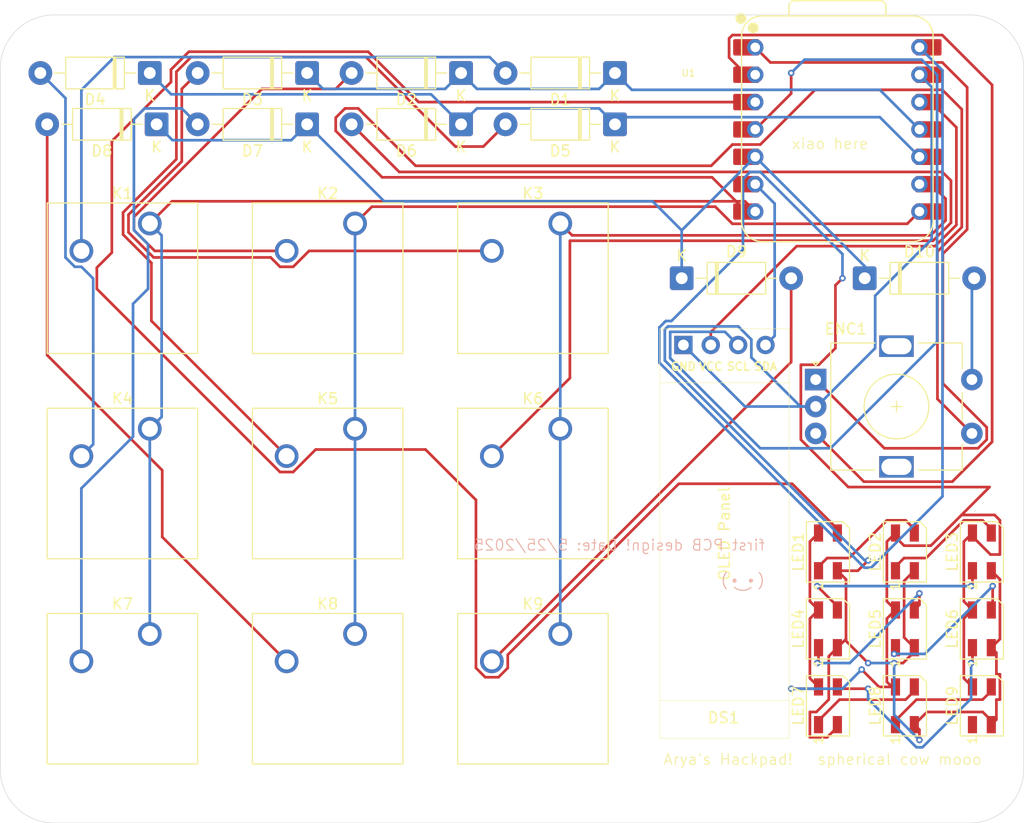
<source format=kicad_pcb>
(kicad_pcb (version 20241229) (generator "pcbnew") (generator_version "9.0")
  (layers (0 "F.Cu" signal) (2 "B.Cu" signal) (13 "F.Paste" user) (15 "B.Paste" user) (5 "F.SilkS" user "F.Silkscreen") (7 "B.SilkS" user "B.Silkscreen") (1 "F.Mask" user) (3 "B.Mask" user) (25 "Edge.Cuts" user))
  (net 0 "")
  (net 1 "Net-(D1-A)")
  (net 2 "/ROW0")
  (net 3 "Net-(D2-A)")
  (net 4 "Net-(D3-A)")
  (net 5 "/ROW1")
  (net 6 "Net-(D4-A)")
  (net 7 "Net-(D5-A)")
  (net 8 "Net-(D6-A)")
  (net 9 "/ROW2")
  (net 10 "Net-(D7-A)")
  (net 11 "Net-(D8-A)")
  (net 12 "Net-(D9-A)")
  (net 13 "Net-(D10-A)")
  (net 14 "GND")
  (net 15 "+3V3")
  (net 16 "Net-(DS1-SDA)")
  (net 17 "Net-(DS1-SCL)")
  (net 18 "/COL0")
  (net 19 "/ENC_B")
  (net 20 "/ENC_A")
  (net 21 "/COL1")
  (net 22 "/COL2")
  (net 23 "Net-(LED1-DIN)")
  (net 24 "+5V")
  (net 25 "Net-(LED1-DOUT)")
  (net 26 "Net-(LED2-DOUT)")
  (net 27 "Net-(LED3-DOUT)")
  (net 28 "Net-(LED4-DOUT)")
  (net 29 "Net-(LED5-DOUT)")
  (net 30 "Net-(LED6-DOUT)")
  (net 31 "Net-(LED7-DOUT)")
  (net 32 "Net-(LED8-DOUT)")
  (footprint "Diode_THT:D_DO-41_SOD81_P10.16mm_Horizontal" (layer "F.Cu") (at 165.655625 87.868125)
    (property "Reference" "D9")
    (property "Value" "1N4148")
  )
  (footprint "Diode_THT:D_DO-41_SOD81_P10.16mm_Horizontal" (layer "F.Cu") (at 182.641875 87.868125)
    (property "Reference" "D10")
    (property "Value" "1N4148")
  )
  (footprint "Button_Switch_Keyboard:SW_Cherry_MX_1.00u_PCB" (layer "F.Cu") (at 135.334375 101.838125)
    (property "Reference" "K5")
    (property "Value" "SW_Push")
  )
  (footprint "Diode_THT:D_DO-41_SOD81_P10.16mm_Horizontal" (layer "F.Cu") (at 145.176875 68.818125 180)
    (property "Reference" "D2")
    (property "Value" "1N4148")
  )
  (footprint "Button_Switch_Keyboard:SW_Cherry_MX_1.00u_PCB" (layer "F.Cu") (at 135.334375 82.788125)
    (property "Reference" "K2")
    (property "Value" "SW_Push")
  )
  (footprint "LED_SMD:LED_SK6812MINI_PLCC4_3.5x3.5mm_P1.75mm" (layer "F.Cu") (at 179.230625 127.553125 90)
    (property "Reference" "LED7")
    (property "Value" "SK6812MINI" (hide yes))
  )
  (footprint "Diode_THT:D_DO-41_SOD81_P10.16mm_Horizontal" (layer "F.Cu") (at 130.889375 73.580625 180)
    (property "Reference" "D7")
    (property "Value" "1N4148")
  )
  (footprint "Button_Switch_Keyboard:SW_Cherry_MX_1.00u_PCB" (layer "F.Cu") (at 116.284375 120.888125)
    (property "Reference" "K7")
    (property "Value" "SW_Push")
  )
  (footprint "Diode_THT:D_DO-41_SOD81_P10.16mm_Horizontal" (layer "F.Cu") (at 145.176875 73.580625 180)
    (property "Reference" "D6")
    (property "Value" "1N4148")
  )
  (footprint "Diode_THT:D_DO-41_SOD81_P10.16mm_Horizontal" (layer "F.Cu") (at 130.889375 68.818125 180)
    (property "Reference" "D3")
    (property "Value" "1N4148")
  )
  (footprint "LED_SMD:LED_SK6812MINI_PLCC4_3.5x3.5mm_P1.75mm" (layer "F.Cu") (at 186.374375 113.265625 90)
    (property "Reference" "LED2")
    (property "Value" "SK6812MINI" (hide yes))
  )
  (footprint "Button_Switch_Keyboard:SW_Cherry_MX_1.00u_PCB" (layer "F.Cu") (at 154.384375 120.888125)
    (property "Reference" "K9")
    (property "Value" "SW_Push")
  )
  (footprint "Diode_THT:D_DO-41_SOD81_P10.16mm_Horizontal" (layer "F.Cu") (at 159.464375 68.818125 180)
    (property "Reference" "D1")
    (property "Value" "1N4148")
  )
  (footprint "rotary:RotaryEncoder_Alps_EC11E-Switch_Vertical_H20mm" (layer "F.Cu") (at 178.090625 97.274375)
    (property "Reference" "ENC1")
    (property "Value" "RotaryEncoder_Switch")
  )
  (footprint "LED_SMD:LED_SK6812MINI_PLCC4_3.5x3.5mm_P1.75mm" (layer "F.Cu") (at 193.518125 120.409375 90)
    (property "Reference" "LED6")
    (property "Value" "SK6812MINI" (hide yes))
  )
  (footprint "LED_SMD:LED_SK6812MINI_PLCC4_3.5x3.5mm_P1.75mm" (layer "F.Cu") (at 186.374375 127.553125 90)
    (property "Reference" "LED8")
    (property "Value" "SK6812MINI" (hide yes))
  )
  (footprint "LED_SMD:LED_SK6812MINI_PLCC4_3.5x3.5mm_P1.75mm" (layer "F.Cu") (at 179.230625 120.409375 90)
    (property "Reference" "LED4")
    (property "Value" "SK6812MINI" (hide yes))
  )
  (footprint "Diode_THT:D_DO-41_SOD81_P10.16mm_Horizontal" (layer "F.Cu") (at 116.284375 68.818125 180)
    (property "Reference" "D4")
    (property "Value" "1N4148")
  )
  (footprint "OPL:XIAO-RP2040-DIP" (layer "F.Cu") (at 180.101875 74.056875)
    (property "Reference" "U1")
    (property "Value" "XIAO-RP2040-DIP")
  )
  (footprint "LED_SMD:LED_SK6812MINI_PLCC4_3.5x3.5mm_P1.75mm" (layer "F.Cu") (at 179.230625 113.265625 90)
    (property "Reference" "LED1")
    (property "Value" "SK6812MINI" (hide yes))
  )
  (footprint "Button_Switch_Keyboard:SW_Cherry_MX_1.00u_PCB" (layer "F.Cu") (at 135.334375 120.888125)
    (property "Reference" "K8")
    (property "Value" "SW_Push")
  )
  (footprint "Button_Switch_Keyboard:SW_Cherry_MX_1.00u_PCB" (layer "F.Cu") (at 116.284375 101.838125)
    (property "Reference" "K4")
    (property "Value" "SW_Push")
  )
  (footprint "Button_Switch_Keyboard:SW_Cherry_MX_1.00u_PCB" (layer "F.Cu") (at 116.284375 82.788125)
    (property "Reference" "K1")
    (property "Value" "SW_Push")
  )
  (footprint "LED_SMD:LED_SK6812MINI_PLCC4_3.5x3.5mm_P1.75mm" (layer "F.Cu") (at 193.518125 127.553125 90)
    (property "Reference" "LED9")
    (property "Value" "SK6812MINI" (hide yes))
  )
  (footprint "Button_Switch_Keyboard:SW_Cherry_MX_1.00u_PCB" (layer "F.Cu") (at 154.384375 82.788125)
    (property "Reference" "K3")
    (property "Value" "SW_Push")
  )
  (footprint "Diode_THT:D_DO-41_SOD81_P10.16mm_Horizontal" (layer "F.Cu") (at 159.464375 73.580625 180)
    (property "Reference" "D5")
    (property "Value" "1N4148")
  )
  (footprint "LED_SMD:LED_SK6812MINI_PLCC4_3.5x3.5mm_P1.75mm" (layer "F.Cu") (at 193.518125 113.265625 90)
    (property "Reference" "LED3")
    (property "Value" "SK6812MINI" (hide yes))
  )
  (footprint "Button_Switch_Keyboard:SW_Cherry_MX_1.00u_PCB" (layer "F.Cu") (at 154.384375 101.838125)
    (property "Reference" "K6")
    (property "Value" "SW_Push")
  )
  (footprint "oled:SSD1306-0.91-OLED-4pin-128x32" (layer "F.Cu") (at 163.624375 130.565625 90)
    (property "Reference" "DS1")
    (property "Value" "OLED_4P_I2C" (hide yes))
  )
  (footprint "LED_SMD:LED_SK6812MINI_PLCC4_3.5x3.5mm_P1.75mm" (layer "F.Cu") (at 186.374375 120.409375 90)
    (property "Reference" "LED5")
    (property "Value" "SK6812MINI" (hide yes))
  )
  (footprint "Diode_THT:D_DO-41_SOD81_P10.16mm_Horizontal" (layer "F.Cu") (at 116.919375 73.580625 180)
    (property "Reference" "D8")
    (property "Value" "1N4148")
  )
  (gr_line (start 107.405625 63.429375) (end 192.405625 63.429375) (stroke (width 0.05)) (layer "Edge.Cuts"))
  (gr_line (start 192.405625 138.429375) (end 107.405625 138.429375) (stroke (width 0.05)) (layer "Edge.Cuts"))
  (gr_arc (start 192.405625 63.429375) (mid 195.941159 64.893841) (end 197.405625 68.429375) (stroke (width 0.05)) (layer "Edge.Cuts"))
  (gr_arc (start 197.405625 133.429375) (mid 195.941159 136.964909) (end 192.405625 138.429375) (stroke (width 0.05)) (layer "Edge.Cuts"))
  (gr_arc (start 107.405625 138.429375) (mid 103.870091 136.964909) (end 102.405625 133.429375) (stroke (width 0.05)) (layer "Edge.Cuts"))
  (gr_line (start 102.405625 133.429375) (end 102.405625 68.429375) (stroke (width 0.05)) (layer "Edge.Cuts"))
  (gr_arc (start 102.405625 68.429375) (mid 103.870091 64.893841) (end 107.405625 63.429375) (stroke (width 0.05)) (layer "Edge.Cuts"))
  (gr_line (start 197.405625 68.429375) (end 197.405625 133.429375) (stroke (width 0.05)) (layer "Edge.Cuts"))
  (gr_text "xiao here" (at 175.815625 75.961875 0) (layer "F.SilkS") (effects (font (size 1 1) (thickness 0.1)) (justify left bottom)))
  (gr_text "Arya's Hackpad!" (at 163.909375 133.111875 0) (layer "F.SilkS") (effects (font (size 1 1) (thickness 0.1)) (justify left bottom)))
  (gr_text "spherical cow mooo" (at 178.196875 133.111875 0) (layer "F.SilkS") (effects (font (size 1 1) (thickness 0.1)) (justify left bottom)))
  (gr_text "first PCB design! Date: 5/25/2025\n\n(•‿•)" (at 173.434375 116.443125 -0) (layer "B.SilkS") (effects (font (size 1 1) (thickness 0.1)) (justify left bottom mirror)))
  (segment (start 109.934375 85.328125) (end 109.934375 70.405625) (width 0.25) (layer "B.Cu") (net 1))
  (segment (start 147.828375 67.342125) (end 149.304375 68.818125) (width 0.25) (layer "B.Cu") (net 1))
  (segment (start 109.934375 70.405625) (end 112.997875 67.342125) (width 0.25) (layer "B.Cu") (net 1))
  (segment (start 112.997875 67.342125) (end 147.828375 67.342125) (width 0.25) (layer "B.Cu") (net 1))
  (segment (start 184.043875 70.378875) (end 187.721875 74.056875) (width 0.25) (layer "B.Cu") (net 2))
  (segment (start 159.464375 68.818125) (end 161.025125 70.378875) (width 0.25) (layer "B.Cu") (net 2))
  (segment (start 161.025125 70.378875) (end 184.043875 70.378875) (width 0.25) (layer "B.Cu") (net 2))
  (segment (start 145.176875 68.818125) (end 143.700875 70.294125) (width 0.25) (layer "B.Cu") (net 2))
  (segment (start 143.700875 70.294125) (end 132.365375 70.294125) (width 0.25) (layer "B.Cu") (net 2))
  (segment (start 132.365375 70.294125) (end 130.889375 68.818125) (width 0.25) (layer "B.Cu") (net 2))
  (segment (start 146.652875 70.294125) (end 145.176875 68.818125) (width 0.25) (layer "B.Cu") (net 2))
  (segment (start 159.464375 68.818125) (end 157.988375 70.294125) (width 0.25) (layer "B.Cu") (net 2))
  (segment (start 157.988375 70.294125) (end 146.652875 70.294125) (width 0.25) (layer "B.Cu") (net 2))
  (segment (start 133.540875 70.294125) (end 135.016875 68.818125) (width 0.25) (layer "F.Cu") (net 3))
  (segment (start 114.808375 83.399505) (end 114.808375 82.176745) (width 0.25) (layer "F.Cu") (net 3))
  (segment (start 114.808375 82.176745) (end 126.690995 70.294125) (width 0.25) (layer "F.Cu") (net 3))
  (segment (start 128.984375 85.328125) (end 116.736995 85.328125) (width 0.25) (layer "F.Cu") (net 3))
  (segment (start 116.736995 85.328125) (end 114.808375 83.399505) (width 0.25) (layer "F.Cu") (net 3))
  (segment (start 126.690995 70.294125) (end 133.540875 70.294125) (width 0.25) (layer "F.Cu") (net 3))
  (segment (start 116.639854 85.939505) (end 127.508375 85.939505) (width 0.25) (layer "F.Cu") (net 4))
  (segment (start 127.508375 85.939505) (end 128.372995 86.804125) (width 0.25) (layer "F.Cu") (net 4))
  (segment (start 129.595755 86.804125) (end 131.071755 85.328125) (width 0.25) (layer "F.Cu") (net 4))
  (segment (start 131.071755 85.328125) (end 148.034375 85.328125) (width 0.25) (layer "F.Cu") (net 4))
  (segment (start 114.307375 83.607026) (end 116.639854 85.939505) (width 0.25) (layer "F.Cu") (net 4))
  (segment (start 119.253375 77.023225) (end 114.307375 81.969225) (width 0.25) (layer "F.Cu") (net 4))
  (segment (start 119.253375 70.294125) (end 119.253375 77.023225) (width 0.25) (layer "F.Cu") (net 4))
  (segment (start 128.372995 86.804125) (end 129.595755 86.804125) (width 0.25) (layer "F.Cu") (net 4))
  (segment (start 120.729375 68.818125) (end 119.253375 70.294125) (width 0.25) (layer "F.Cu") (net 4))
  (segment (start 114.307375 81.969225) (end 114.307375 83.607026) (width 0.25) (layer "F.Cu") (net 4))
  (segment (start 145.176875 73.580625) (end 146.652875 72.104625) (width 0.25) (layer "B.Cu") (net 5))
  (segment (start 157.988375 72.104625) (end 159.464375 73.580625) (width 0.25) (layer "B.Cu") (net 5))
  (segment (start 118.261375 70.795125) (end 142.391375 70.795125) (width 0.25) (layer "B.Cu") (net 5))
  (segment (start 146.652875 72.104625) (end 157.988375 72.104625) (width 0.25) (layer "B.Cu") (net 5))
  (segment (start 159.464375 73.580625) (end 160.126125 72.918875) (width 0.25) (layer "B.Cu") (net 5))
  (segment (start 160.126125 72.918875) (end 184.043875 72.918875) (width 0.25) (layer "B.Cu") (net 5))
  (segment (start 116.284375 68.818125) (end 118.261375 70.795125) (width 0.25) (layer "B.Cu") (net 5))
  (segment (start 142.391375 70.795125) (end 145.176875 73.580625) (width 0.25) (layer "B.Cu") (net 5))
  (segment (start 184.043875 72.918875) (end 187.721875 76.596875) (width 0.25) (layer "B.Cu") (net 5))
  (segment (start 108.458375 71.152125) (end 106.124375 68.818125) (width 0.25) (layer "B.Cu") (net 6))
  (segment (start 111.034374 103.278126) (end 111.034374 87.904124) (width 0.25) (layer "B.Cu") (net 6))
  (segment (start 109.934375 86.804125) (end 109.322995 86.804125) (width 0.25) (layer "B.Cu") (net 6))
  (segment (start 109.322995 86.804125) (end 108.458375 85.939505) (width 0.25) (layer "B.Cu") (net 6))
  (segment (start 111.034374 87.904124) (end 109.934375 86.804125) (width 0.25) (layer "B.Cu") (net 6))
  (segment (start 108.458375 85.939505) (end 108.458375 71.152125) (width 0.25) (layer "B.Cu") (net 6))
  (segment (start 109.934375 104.378125) (end 111.034374 103.278126) (width 0.25) (layer "B.Cu") (net 6))
  (segment (start 120.117995 67.342125) (end 136.346149 67.342125) (width 0.25) (layer "F.Cu") (net 7))
  (segment (start 128.984375 104.378125) (end 116.432334 91.826084) (width 0.25) (layer "F.Cu") (net 7))
  (segment (start 147.240625 75.644375) (end 149.304375 73.580625) (width 0.25) (layer "F.Cu") (net 7))
  (segment (start 118.752375 68.707745) (end 120.117995 67.342125) (width 0.25) (layer "F.Cu") (net 7))
  (segment (start 116.432334 91.826084) (end 116.432334 86.440505) (width 0.25) (layer "F.Cu") (net 7))
  (segment (start 144.648399 75.644375) (end 147.240625 75.644375) (width 0.25) (layer "F.Cu") (net 7))
  (segment (start 113.806375 81.761704) (end 118.752375 76.815705) (width 0.25) (layer "F.Cu") (net 7))
  (segment (start 118.752375 76.815705) (end 118.752375 68.707745) (width 0.25) (layer "F.Cu") (net 7))
  (segment (start 136.346149 67.342125) (end 144.648399 75.644375) (width 0.25) (layer "F.Cu") (net 7))
  (segment (start 116.432334 86.440505) (end 113.806375 83.814547) (width 0.25) (layer "F.Cu") (net 7))
  (segment (start 113.806375 83.814547) (end 113.806375 81.761704) (width 0.25) (layer "F.Cu") (net 7))
  (segment (start 190.649875 78.805183) (end 189.843567 77.998875) (width 0.25) (layer "F.Cu") (net 8))
  (segment (start 155.276854 97.135646) (end 155.276854 84.389124) (width 0.25) (layer "F.Cu") (net 8))
  (segment (start 148.034375 104.378125) (end 155.276854 97.135646) (width 0.25) (layer "F.Cu") (net 8))
  (segment (start 189.843567 77.998875) (end 139.435125 77.998875) (width 0.25) (layer "F.Cu") (net 8))
  (segment (start 188.977838 84.389124) (end 190.649875 82.717087) (width 0.25) (layer "F.Cu") (net 8))
  (segment (start 139.435125 77.998875) (end 135.016875 73.580625) (width 0.25) (layer "F.Cu") (net 8))
  (segment (start 190.649875 82.717087) (end 190.649875 78.805183) (width 0.25) (layer "F.Cu") (net 8))
  (segment (start 155.276854 84.389124) (end 188.977838 84.389124) (width 0.25) (layer "F.Cu") (net 8))
  (segment (start 165.655625 83.423125) (end 162.956875 80.724375) (width 0.25) (layer "B.Cu") (net 9))
  (segment (start 165.655625 83.423125) (end 172.481875 76.596875) (width 0.25) (layer "B.Cu") (net 9))
  (segment (start 138.033125 80.724375) (end 130.889375 73.580625) (width 0.25) (layer "B.Cu") (net 9))
  (segment (start 129.413375 75.056625) (end 118.395375 75.056625) (width 0.25) (layer "B.Cu") (net 9))
  (segment (start 130.889375 73.580625) (end 129.413375 75.056625) (width 0.25) (layer "B.Cu") (net 9))
  (segment (start 118.395375 75.056625) (end 116.919375 73.580625) (width 0.25) (layer "B.Cu") (net 9))
  (segment (start 172.481875 76.596875) (end 182.641875 86.756875) (width 0.25) (layer "B.Cu") (net 9))
  (segment (start 162.956875 80.724375) (end 138.033125 80.724375) (width 0.25) (layer "B.Cu") (net 9))
  (segment (start 182.641875 86.756875) (end 182.641875 87.868125) (width 0.25) (layer "B.Cu") (net 9))
  (segment (start 165.655625 87.868125) (end 165.655625 83.423125) (width 0.25) (layer "B.Cu") (net 9))
  (segment (start 109.934375 123.428125) (end 109.934375 107.367954) (width 0.25) (layer "B.Cu") (net 10))
  (segment (start 114.728546 90.244125) (end 116.120375 88.852296) (width 0.25) (layer "B.Cu") (net 10))
  (segment (start 116.120375 84.711505) (end 114.808375 83.399505) (width 0.25) (layer "B.Cu") (net 10))
  (segment (start 114.728546 102.573783) (end 114.728546 90.244125) (width 0.25) (layer "B.Cu") (net 10))
  (segment (start 115.803149 72.104625) (end 119.253375 72.104625) (width 0.25) (layer "B.Cu") (net 10))
  (segment (start 116.120375 88.852296) (end 116.120375 84.711505) (width 0.25) (layer "B.Cu") (net 10))
  (segment (start 109.934375 107.367954) (end 114.728546 102.573783) (width 0.25) (layer "B.Cu") (net 10))
  (segment (start 114.808375 73.099399) (end 115.803149 72.104625) (width 0.25) (layer "B.Cu") (net 10))
  (segment (start 119.253375 72.104625) (end 120.729375 73.580625) (width 0.25) (layer "B.Cu") (net 10))
  (segment (start 114.808375 83.399505) (end 114.808375 73.099399) (width 0.25) (layer "B.Cu") (net 10))
  (segment (start 117.439625 111.883375) (end 117.439625 105.692125) (width 0.25) (layer "F.Cu") (net 11))
  (segment (start 117.439625 105.692125) (end 106.759375 95.011875) (width 0.25) (layer "F.Cu") (net 11))
  (segment (start 106.759375 95.011875) (end 106.759375 73.580625) (width 0.25) (layer "F.Cu") (net 11))
  (segment (start 128.984375 123.428125) (end 117.439625 111.883375) (width 0.25) (layer "F.Cu") (net 11))
  (segment (start 175.815625 95.646875) (end 175.815625 87.868125) (width 0.25) (layer "F.Cu") (net 12))
  (segment (start 148.034375 123.428125) (end 175.815625 95.646875) (width 0.25) (layer "F.Cu") (net 12))
  (segment (start 192.590625 88.079375) (end 192.801875 87.868125) (width 0.25) (layer "B.Cu") (net 13))
  (segment (start 192.590625 97.274375) (end 192.590625 88.079375) (width 0.25) (layer "B.Cu") (net 13))
  (segment (start 195.194125 115.816625) (end 194.393125 115.015625) (width 0.25) (layer "F.Cu") (net 14))
  (segment (start 186.300375 115.964625) (end 186.300375 121.210375) (width 0.25) (layer "F.Cu") (net 14))
  (segment (start 187.249375 129.303125) (end 188.425375 128.127125) (width 0.25) (layer "F.Cu") (net 14))
  (segment (start 186.300375 121.210375) (end 187.249375 122.159375) (width 0.25) (layer "F.Cu") (net 14))
  (segment (start 187.721875 129.775625) (end 187.249375 129.303125) (width 0.25) (layer "F.Cu") (net 14))
  (segment (start 194.393125 122.159375) (end 195.194125 121.358375) (width 0.25) (layer "F.Cu") (net 14))
  (segment (start 195.194125 124.627125) (end 194.865625 124.627125) (width 0.25) (layer "F.Cu") (net 14))
  (segment (start 194.865625 126.979125) (end 195.194125 126.979125) (width 0.25) (layer "F.Cu") (net 14))
  (segment (start 194.393125 128.928125) (end 194.393125 129.303125) (width 0.25) (layer "F.Cu") (net 14))
  (segment (start 180.105625 115.015625) (end 182.005625 115.015625) (width 0.25) (layer "F.Cu") (net 14))
  (segment (start 195.194125 126.979125) (end 195.194125 124.627125) (width 0.25) (layer "F.Cu") (net 14))
  (segment (start 182.959375 123.586875) (end 180.906625 121.534125) (width 0.25) (layer "F.Cu") (net 14))
  (segment (start 180.105625 129.303125) (end 180.105625 129.530125) (width 0.25) (layer "F.Cu") (net 14))
  (segment (start 180.906625 121.534125) (end 180.906625 121.358375) (width 0.25) (layer "F.Cu") (net 14))
  (segment (start 182.005625 115.015625) (end 182.959375 114.061875) (width 0.25) (layer "F.Cu") (net 14))
  (segment (start 186.196875 123.586875) (end 185.373375 123.586875) (width 0.25) (layer "F.Cu") (net 14))
  (segment (start 187.249375 115.015625) (end 186.300375 115.964625) (width 0.25) (layer "F.Cu") (net 14))
  (segment (start 180.105625 122.159375) (end 180.906625 121.358375) (width 0.25) (layer "F.Cu") (net 14))
  (segment (start 179.156625 130.479125) (end 177.554625 130.479125) (width 0.25) (layer "F.Cu") (net 14))
  (segment (start 194.865625 122.631875) (end 194.393125 122.159375) (width 0.25) (layer "F.Cu") (net 14))
  (segment (start 177.554625 128.127125) (end 178.156625 128.127125) (width 0.25) (layer "F.Cu") (net 14))
  (segment (start 194.865625 124.627125) (end 194.865625 122.631875) (width 0.25) (layer "F.Cu") (net 14))
  (segment (start 187.249375 122.159375) (end 187.249375 122.534375) (width 0.25) (layer "F.Cu") (net 14))
  (segment (start 180.105625 129.530125) (end 179.156625 130.479125) (width 0.25) (layer "F.Cu") (net 14))
  (segment (start 194.865625 128.830625) (end 194.865625 126.979125) (width 0.25) (layer "F.Cu") (net 14))
  (segment (start 195.194125 121.358375) (end 195.194125 115.816625) (width 0.25) (layer "F.Cu") (net 14))
  (segment (start 194.393125 129.303125) (end 194.865625 128.830625) (width 0.25) (layer "F.Cu") (net 14))
  (segment (start 178.156625 128.127125) (end 179.304625 126.979125) (width 0.25) (layer "F.Cu") (net 14))
  (segment (start 180.906625 121.358375) (end 180.906625 115.816625) (width 0.25) (layer "F.Cu") (net 14))
  (segment (start 187.249375 122.534375) (end 186.196875 123.586875) (width 0.25) (layer "F.Cu") (net 14))
  (segment (start 179.304625 122.960375) (end 180.105625 122.159375) (width 0.25) (layer "F.Cu") (net 14))
  (segment (start 188.425375 128.127125) (end 193.592125 128.127125) (width 0.25) (layer "F.Cu") (net 14))
  (segment (start 179.304625 126.979125) (end 179.304625 122.960375) (width 0.25) (layer "F.Cu") (net 14))
  (segment (start 177.554625 130.479125) (end 177.554625 128.127125) (width 0.25) (layer "F.Cu") (net 14))
  (segment (start 187.721875 130.730625) (end 187.721875 129.775625) (width 0.25) (layer "F.Cu") (net 14))
  (segment (start 180.906625 115.816625) (end 180.105625 115.015625) (width 0.25) (layer "F.Cu") (net 14))
  (segment (start 193.592125 128.127125) (end 194.393125 128.928125) (width 0.25) (layer "F.Cu") (net 14))
  (via (at 182.959375 123.586875) (size 0.6) (drill 0.3) (layers "F.Cu" "B.Cu") (net 14))
  (via (at 187.721875 130.730625) (size 0.6) (drill 0.3) (layers "F.Cu" "B.Cu") (net 14))
  (via (at 185.373375 123.586875) (size 0.6) (drill 0.3) (layers "F.Cu" "B.Cu") (net 14))
  (via (at 182.959375 114.061875) (size 0.6) (drill 0.3) (layers "F.Cu" "B.Cu") (net 14))
  (segment (start 182.650104 114.061875) (end 164.087375 95.499146) (width 0.25) (layer "B.Cu") (net 14))
  (segment (start 178.090625 99.774375) (end 178.196875 99.774375) (width 0.25) (layer "B.Cu") (net 14))
  (segment (start 164.380854 92.338625) (end 170.901201 92.338625) (width 0.25) (layer "B.Cu") (net 14))
  (segment (start 164.087375 92.632104) (end 164.380854 92.338625) (width 0.25) (layer "B.Cu") (net 14))
  (segment (start 170.901201 92.338625) (end 172.120375 93.557799) (width 0.25) (layer "B.Cu") (net 14))
  (segment (start 185.373375 123.586875) (end 182.959375 123.586875) (width 0.25) (layer "B.Cu") (net 14))
  (segment (start 176.676412 99.774375) (end 178.090625 99.774375) (width 0.25) (layer "B.Cu") (net 14))
  (segment (start 165.814375 94.065625) (end 171.523125 99.774375) (width 0.25) (layer "B.Cu") (net 14))
  (segment (start 182.959375 114.061875) (end 182.650104 114.061875) (width 0.25) (layer "B.Cu") (net 14))
  (segment (start 183.614625 94.356625) (end 183.614625 89.487601) (width 0.25) (layer "B.Cu") (net 14))
  (segment (start 188.859875 70.114875) (end 187.721875 68.976875) (width 0.25) (layer "B.Cu") (net 14))
  (segment (start 178.196875 99.774375) (end 183.614625 94.356625) (width 0.25) (layer "B.Cu") (net 14))
  (segment (start 164.087375 95.499146) (end 164.087375 92.632104) (width 0.25) (layer "B.Cu") (net 14))
  (segment (start 172.120375 95.218338) (end 176.676412 99.774375) (width 0.25) (layer "B.Cu") (net 14))
  (segment (start 183.614625 89.487601) (end 188.859875 84.242351) (width 0.25) (layer "B.Cu") (net 14))
  (segment (start 172.120375 93.557799) (end 172.120375 95.218338) (width 0.25) (layer "B.Cu") (net 14))
  (segment (start 171.523125 99.774375) (end 178.090625 99.774375) (width 0.25) (layer "B.Cu") (net 14))
  (segment (start 185.373375 128.382125) (end 187.721875 130.730625) (width 0.25) (layer "B.Cu") (net 14))
  (segment (start 188.859875 84.242351) (end 188.859875 70.114875) (width 0.25) (layer "B.Cu") (net 14))
  (segment (start 185.373375 123.586875) (end 185.373375 128.382125) (width 0.25) (layer "B.Cu") (net 14))
  (segment (start 191.150875 82.924607) (end 191.150875 73.868245) (width 0.25) (layer "F.Cu") (net 15))
  (segment (start 191.150875 73.868245) (end 188.799505 71.516875) (width 0.25) (layer "F.Cu") (net 15))
  (segment (start 188.799505 71.516875) (end 187.721875 71.516875) (width 0.25) (layer "F.Cu") (net 15))
  (segment (start 189.185358 84.890124) (end 191.150875 82.924607) (width 0.25) (layer "F.Cu") (net 15))
  (segment (start 168.354375 92.863544) (end 176.327795 84.890124) (width 0.25) (layer "F.Cu") (net 15))
  (segment (start 176.327795 84.890124) (end 189.185358 84.890124) (width 0.25) (layer "F.Cu") (net 15))
  (segment (start 168.354375 94.065625) (end 168.354375 92.863544) (width 0.25) (layer "F.Cu") (net 15))
  (segment (start 174.284375 93.215625) (end 174.284375 80.939375) (width 0.25) (layer "B.Cu") (net 16))
  (segment (start 174.284375 80.939375) (end 172.481875 79.136875) (width 0.25) (layer "B.Cu") (net 16))
  (segment (start 173.434375 94.065625) (end 174.284375 93.215625) (width 0.25) (layer "B.Cu") (net 16))
  (segment (start 175.815625 70.723125) (end 172.481875 74.056875) (width 0.25) (layer "F.Cu") (net 17))
  (segment (start 175.815625 68.818125) (end 175.815625 70.723125) (width 0.25) (layer "F.Cu") (net 17))
  (via (at 175.815625 68.818125) (size 0.6) (drill 0.3) (layers "F.Cu" "B.Cu") (net 17))
  (segment (start 172.947125 103.650375) (end 179.466625 103.650375) (width 0.25) (layer "B.Cu") (net 17))
  (segment (start 189.360875 69.006499) (end 187.929251 67.574875) (width 0.25) (layer "B.Cu") (net 17))
  (segment (start 170.894375 94.065625) (end 169.668375 92.839625) (width 0.25) (layer "B.Cu") (net 17))
  (segment (start 187.929251 67.574875) (end 177.058875 67.574875) (width 0.25) (layer "B.Cu") (net 17))
  (segment (start 179.466625 103.650375) (end 189.360875 93.756125) (width 0.25) (layer "B.Cu") (net 17))
  (segment (start 164.588375 95.291625) (end 172.947125 103.650375) (width 0.25) (layer "B.Cu") (net 17))
  (segment (start 169.668375 92.839625) (end 164.588375 92.839625) (width 0.25) (layer "B.Cu") (net 17))
  (segment (start 164.588375 92.839625) (end 164.588375 95.291625) (width 0.25) (layer "B.Cu") (net 17))
  (segment (start 189.360875 93.756125) (end 189.360875 69.006499) (width 0.25) (layer "B.Cu") (net 17))
  (segment (start 177.058875 67.574875) (end 175.815625 68.818125) (width 0.25) (layer "B.Cu") (net 17))
  (segment (start 171.529375 80.724375) (end 172.481875 81.676875) (width 0.25) (layer "F.Cu") (net 18))
  (segment (start 189.392878 99.076628) (end 189.392878 85.391124) (width 0.25) (layer "F.Cu") (net 18))
  (segment (start 137.848745 78.499875) (end 168.469875 78.499875) (width 0.25) (layer "F.Cu") (net 18))
  (segment (start 172.953251 75.458875) (end 170.360183 75.458875) (width 0.25) (layer "F.Cu") (net 18))
  (segment (start 189.843567 70.378875) (end 178.033251 70.378875) (width 0.25) (layer "F.Cu") (net 18))
  (segment (start 116.284375 82.788125) (end 118.348125 80.724375) (width 0.25) (layer "F.Cu") (net 18))
  (segment (start 133.540875 74.192005) (end 137.848745 78.499875) (width 0.25) (layer "F.Cu") (net 18))
  (segment (start 168.389491 77.429567) (end 140.953197 77.429567) (width 0.25) (layer "F.Cu") (net 18))
  (segment (start 178.033251 70.378875) (end 172.953251 75.458875) (width 0.25) (layer "F.Cu") (net 18))
  (segment (start 140.953197 77.429567) (end 135.628255 72.104625) (width 0.25) (layer "F.Cu") (net 18))
  (segment (start 192.590625 102.274375) (end 189.392878 99.076628) (width 0.25) (layer "F.Cu") (net 18))
  (segment (start 118.348125 80.724375) (end 171.529375 80.724375) (width 0.25) (layer "F.Cu") (net 18))
  (segment (start 133.540875 72.969245) (end 133.540875 74.192005) (width 0.25) (layer "F.Cu") (net 18))
  (segment (start 168.469875 78.499875) (end 171.646875 81.676875) (width 0.25) (layer "F.Cu") (net 18))
  (segment (start 191.651875 83.132127) (end 191.651875 72.187183) (width 0.25) (layer "F.Cu") (net 18))
  (segment (start 135.628255 72.104625) (end 134.405495 72.104625) (width 0.25) (layer "F.Cu") (net 18))
  (segment (start 171.646875 81.676875) (end 172.481875 81.676875) (width 0.25) (layer "F.Cu") (net 18))
  (segment (start 134.405495 72.104625) (end 133.540875 72.969245) (width 0.25) (layer "F.Cu") (net 18))
  (segment (start 189.392878 85.391124) (end 191.651875 83.132127) (width 0.25) (layer "F.Cu") (net 18))
  (segment (start 170.360183 75.458875) (end 168.389491 77.429567) (width 0.25) (layer "F.Cu") (net 18))
  (segment (start 191.651875 72.187183) (end 189.843567 70.378875) (width 0.25) (layer "F.Cu") (net 18))
  (segment (start 117.384374 100.738126) (end 117.384374 83.888124) (width 0.25) (layer "B.Cu") (net 18))
  (segment (start 117.384374 83.888124) (end 116.284375 82.788125) (width 0.25) (layer "B.Cu") (net 18))
  (segment (start 116.284375 101.838125) (end 117.384374 100.738126) (width 0.25) (layer "B.Cu") (net 18))
  (segment (start 116.284375 120.888125) (end 116.284375 101.838125) (width 0.25) (layer "B.Cu") (net 18))
  (segment (start 189.843567 65.298875) (end 170.360183 65.298875) (width 0.25) (layer "F.Cu") (net 19))
  (segment (start 194.467625 69.922933) (end 189.843567 65.298875) (width 0.25) (layer "F.Cu") (net 19))
  (segment (start 170.054875 67.384875) (end 171.646875 68.976875) (width 0.25) (layer "F.Cu") (net 19))
  (segment (start 178.090625 102.274375) (end 182.566625 106.750375) (width 0.25) (layer "F.Cu") (net 19))
  (segment (start 170.054875 65.604183) (end 170.054875 67.384875) (width 0.25) (layer "F.Cu") (net 19))
  (segment (start 171.646875 68.976875) (end 172.481875 68.976875) (width 0.25) (layer "F.Cu") (net 19))
  (segment (start 194.467625 103.051853) (end 194.467625 69.922933) (width 0.25) (layer "F.Cu") (net 19))
  (segment (start 190.769103 106.750375) (end 194.467625 103.051853) (width 0.25) (layer "F.Cu") (net 19))
  (segment (start 182.566625 106.750375) (end 190.769103 106.750375) (width 0.25) (layer "F.Cu") (net 19))
  (segment (start 170.360183 65.298875) (end 170.054875 65.604183) (width 0.25) (layer "F.Cu") (net 19))
  (segment (start 193.966625 101.704417) (end 189.893878 97.63167) (width 0.25) (layer "F.Cu") (net 20))
  (segment (start 184.466625 103.650375) (end 193.160583 103.650375) (width 0.25) (layer "F.Cu") (net 20))
  (segment (start 193.966625 102.844333) (end 193.966625 101.704417) (width 0.25) (layer "F.Cu") (net 20))
  (segment (start 189.843567 67.838875) (end 173.883875 67.838875) (width 0.25) (layer "F.Cu") (net 20))
  (segment (start 173.883875 67.838875) (end 172.481875 66.436875) (width 0.25) (layer "F.Cu") (net 20))
  (segment (start 193.160583 103.650375) (end 193.966625 102.844333) (width 0.25) (layer "F.Cu") (net 20))
  (segment (start 189.893878 85.598644) (end 192.152875 83.339647) (width 0.25) (layer "F.Cu") (net 20))
  (segment (start 189.893878 97.63167) (end 189.893878 85.598644) (width 0.25) (layer "F.Cu") (net 20))
  (segment (start 192.152875 83.339647) (end 192.152875 70.148183) (width 0.25) (layer "F.Cu") (net 20))
  (segment (start 178.090625 97.274375) (end 184.466625 103.650375) (width 0.25) (layer "F.Cu") (net 20))
  (segment (start 192.152875 70.148183) (end 189.843567 67.838875) (width 0.25) (layer "F.Cu") (net 20))
  (segment (start 136.897125 81.225375) (end 168.770683 81.225375) (width 0.25) (layer "F.Cu") (net 21))
  (segment (start 135.334375 82.788125) (end 136.897125 81.225375) (width 0.25) (layer "F.Cu") (net 21))
  (segment (start 170.360183 82.814875) (end 186.583875 82.814875) (width 0.25) (layer "F.Cu") (net 21))
  (segment (start 168.770683 81.225375) (end 170.360183 82.814875) (width 0.25) (layer "F.Cu") (net 21))
  (segment (start 186.583875 82.814875) (end 187.721875 81.676875) (width 0.25) (layer "F.Cu") (net 21))
  (segment (start 135.334375 120.888125) (end 135.334375 101.838125) (width 0.25) (layer "B.Cu") (net 21))
  (segment (start 135.334375 101.838125) (end 135.334375 82.788125) (width 0.25) (layer "B.Cu") (net 21))
  (segment (start 188.799505 79.136875) (end 187.721875 79.136875) (width 0.25) (layer "F.Cu") (net 22))
  (segment (start 154.384375 82.788125) (end 155.484374 83.888124) (width 0.25) (layer "F.Cu") (net 22))
  (segment (start 190.148875 82.509567) (end 190.148875 80.486245) (width 0.25) (layer "F.Cu") (net 22))
  (segment (start 188.770318 83.888124) (end 190.148875 82.509567) (width 0.25) (layer "F.Cu") (net 22))
  (segment (start 190.148875 80.486245) (end 188.799505 79.136875) (width 0.25) (layer "F.Cu") (net 22))
  (segment (start 155.484374 83.888124) (end 188.770318 83.888124) (width 0.25) (layer "F.Cu") (net 22))
  (segment (start 154.384375 120.888125) (end 154.384375 101.838125) (width 0.25) (layer "B.Cu") (net 22))
  (segment (start 154.384375 101.838125) (end 154.384375 82.788125) (width 0.25) (layer "B.Cu") (net 22))
  (segment (start 112.760204 85.492125) (end 112.760204 75.14757) (width 0.25) (layer "F.Cu") (net 23))
  (segment (start 146.558375 108.445951) (end 141.879169 103.766745) (width 0.25) (layer "F.Cu") (net 23))
  (segment (start 111.368375 88.852296) (end 111.368375 86.883954) (width 0.25) (layer "F.Cu") (net 23))
  (segment (start 129.595755 105.854125) (end 128.370204 105.854125) (width 0.25) (layer "F.Cu") (net 23))
  (segment (start 149.510375 124.039505) (end 148.645755 124.904125) (width 0.25) (layer "F.Cu") (net 23))
  (segment (start 165.383267 106.943853) (end 149.510375 122.816745) (width 0.25) (layer "F.Cu") (net 23))
  (segment (start 118.251375 68.500225) (end 119.910475 66.841125) (width 0.25) (layer "F.Cu") (net 23))
  (segment (start 119.910475 66.841125) (end 136.553669 66.841125) (width 0.25) (layer "F.Cu") (net 23))
  (segment (start 131.683135 103.766745) (end 129.595755 105.854125) (width 0.25) (layer "F.Cu") (net 23))
  (segment (start 147.422995 124.904125) (end 146.558375 124.039505) (width 0.25) (layer "F.Cu") (net 23))
  (segment (start 141.879169 103.766745) (end 131.683135 103.766745) (width 0.25) (layer "F.Cu") (net 23))
  (segment (start 180.105625 111.515625) (end 180.105625 111.140625) (width 0.25) (layer "F.Cu") (net 23))
  (segment (start 136.553669 66.841125) (end 141.229419 71.516875) (width 0.25) (layer "F.Cu") (net 23))
  (segment (start 118.251375 69.656399) (end 118.251375 68.500225) (width 0.25) (layer "F.Cu") (net 23))
  (segment (start 148.645755 124.904125) (end 147.422995 124.904125) (width 0.25) (layer "F.Cu") (net 23))
  (segment (start 180.105625 111.140625) (end 175.908853 106.943853) (width 0.25) (layer "F.Cu") (net 23))
  (segment (start 149.510375 122.816745) (end 149.510375 124.039505) (width 0.25) (layer "F.Cu") (net 23))
  (segment (start 175.908853 106.943853) (end 165.383267 106.943853) (width 0.25) (layer "F.Cu") (net 23))
  (segment (start 128.370204 105.854125) (end 111.368375 88.852296) (width 0.25) (layer "F.Cu") (net 23))
  (segment (start 146.558375 124.039505) (end 146.558375 108.445951) (width 0.25) (layer "F.Cu") (net 23))
  (segment (start 141.229419 71.516875) (end 172.481875 71.516875) (width 0.25) (layer "F.Cu") (net 23))
  (segment (start 112.760204 75.14757) (end 118.251375 69.656399) (width 0.25) (layer "F.Cu") (net 23))
  (segment (start 111.368375 86.883954) (end 112.760204 85.492125) (width 0.25) (layer "F.Cu") (net 23))
  (segment (start 191.842125 125.002125) (end 192.643125 125.803125) (width 0.25) (layer "F.Cu") (net 24))
  (segment (start 195.194125 113.511125) (end 194.314875 113.511125) (width 0.25) (layer "F.Cu") (net 24))
  (segment (start 178.355625 125.803125) (end 178.190625 125.968125) (width 0.25) (layer "F.Cu") (net 24))
  (segment (start 179.924626 88.521624) (end 179.924626 94.358376) (width 0.25) (layer "F.Cu") (net 24))
  (segment (start 191.634605 109.838625) (end 194.693125 109.838625) (width 0.25) (layer "F.Cu") (net 24))
  (segment (start 177.554625 112.316625) (end 177.554625 117.858375) (width 0.25) (layer "F.Cu") (net 24))
  (segment (start 180.578125 87.868125) (end 179.924626 88.521624) (width 0.25) (layer "F.Cu") (net 24))
  (segment (start 184.698375 117.858375) (end 185.499375 118.659375) (width 0.25) (layer "F.Cu") (net 24))
  (segment (start 185.499375 111.890625) (end 186.300375 112.691625) (width 0.25) (layer "F.Cu") (net 24))
  (segment (start 191.842125 119.460375) (end 191.842125 125.002125) (width 0.25) (layer "F.Cu") (net 24))
  (segment (start 185.499375 111.515625) (end 185.499375 111.890625) (width 0.25) (layer "F.Cu") (net 24))
  (segment (start 186.300375 112.691625) (end 188.781605 112.691625) (width 0.25) (layer "F.Cu") (net 24))
  (segment (start 194.221855 107.251375) (end 181.121667 107.251375) (width 0.25) (layer "F.Cu") (net 24))
  (segment (start 184.698375 119.460375) (end 184.698375 125.325875) (width 0.25) (layer "F.Cu") (net 24))
  (segment (start 185.499375 111.515625) (end 184.698375 112.316625) (width 0.25) (layer "F.Cu") (net 24))
  (segment (start 191.842125 112.316625) (end 191.842125 117.858375) (width 0.25) (layer "F.Cu") (net 24))
  (segment (start 191.634605 109.838625) (end 194.221855 107.251375) (width 0.25) (layer "F.Cu") (net 24))
  (segment (start 177.554625 119.460375) (end 177.554625 125.002125) (width 0.25) (layer "F.Cu") (net 24))
  (segment (start 181.121667 107.251375) (end 176.714625 102.844333) (width 0.25) (layer "F.Cu") (net 24))
  (segment (start 192.643125 111.839375) (end 192.643125 111.515625) (width 0.25) (layer "F.Cu") (net 24))
  (segment (start 183.973541 125.803125) (end 185.499375 125.803125) (width 0.25) (layer "F.Cu") (net 24))
  (segment (start 184.698375 125.325875) (end 185.340625 125.968125) (width 0.25) (layer "F.Cu") (net 24))
  (segment (start 191.842125 117.858375) (end 192.643125 118.659375) (width 0.25) (layer "F.Cu") (net 24))
  (segment (start 192.643125 118.659375) (end 191.842125 119.460375) (width 0.25) (layer "F.Cu") (net 24))
  (segment (start 195.194125 110.339625) (end 195.194125 113.511125) (width 0.25) (layer "F.Cu") (net 24))
  (segment (start 176.714625 95.898375) (end 178.384627 95.898375) (width 0.25) (layer "F.Cu") (net 24))
  (segment (start 192.643125 111.515625) (end 191.842125 112.316625) (width 0.25) (layer "F.Cu") (net 24))
  (segment (start 184.698375 112.316625) (end 184.698375 117.858375) (width 0.25) (layer "F.Cu") (net 24))
  (segment (start 178.355625 111.515625) (end 177.554625 112.316625) (width 0.25) (layer "F.Cu") (net 24))
  (segment (start 194.693125 109.838625) (end 195.194125 110.339625) (width 0.25) (layer "F.Cu") (net 24))
  (segment (start 177.554625 117.858375) (end 178.355625 118.659375) (width 0.25) (layer "F.Cu") (net 24))
  (segment (start 178.355625 118.659375) (end 177.554625 119.460375) (width 0.25) (layer "F.Cu") (net 24))
  (segment (start 188.781605 112.691625) (end 191.634605 109.838625) (width 0.25) (layer "F.Cu") (net 24))
  (segment (start 182.358333 124.187917) (end 183.973541 125.803125) (width 0.25) (layer "F.Cu") (net 24))
  (segment (start 185.499375 118.659375) (end 184.698375 119.460375) (width 0.25) (layer "F.Cu") (net 24))
  (segment (start 194.314875 113.511125) (end 192.643125 111.839375) (width 0.25) (layer "F.Cu") (net 24))
  (segment (start 176.714625 102.844333) (end 176.714625 95.898375) (width 0.25) (layer "F.Cu") (net 24))
  (segment (start 177.554625 125.002125) (end 178.355625 125.803125) (width 0.25) (layer "F.Cu") (net 24))
  (segment (start 178.190625 125.968125) (end 175.815625 125.968125) (width 0.25) (layer "F.Cu") (net 24))
  (segment (start 178.384627 95.898375) (end 179.924626 94.358376) (width 0.25) (layer "F.Cu") (net 24))
  (via (at 182.358333 124.187917) (size 0.6) (drill 0.3) (layers "F.Cu" "B.Cu") (net 24))
  (via (at 175.815625 125.968125) (size 0.6) (drill 0.3) (layers "F.Cu" "B.Cu") (net 24))
  (via (at 180.578125 87.868125) (size 0.6) (drill 0.3) (layers "F.Cu" "B.Cu") (net 24))
  (segment (start 180.578125 85.623749) (end 180.578125 87.868125) (width 0.25) (layer "B.Cu") (net 24))
  (segment (start 171.343875 78.665499) (end 172.010499 77.998875) (width 0.25) (layer "B.Cu") (net 24))
  (segment (start 172.953251 77.998875) (end 180.578125 85.623749) (width 0.25) (layer "B.Cu") (net 24))
  (segment (start 171.343875 85.196125) (end 171.343875 78.665499) (width 0.25) (layer "B.Cu") (net 24))
  (segment (start 163.586375 95.706666) (end 163.586375 92.424583) (width 0.25) (layer "B.Cu") (net 24))
  (segment (start 189.861875 68.576875) (end 189.861875 108.115384) (width 0.25) (layer "B.Cu") (net 24))
  (segment (start 175.815625 125.968125) (end 180.578125 125.968125) (width 0.25) (layer "B.Cu") (net 24))
  (segment (start 172.010499 77.998875) (end 172.953251 77.998875) (width 0.25) (layer "B.Cu") (net 24))
  (segment (start 182.617584 114.737875) (end 163.586375 95.706666) (width 0.25) (layer "B.Cu") (net 24))
  (segment (start 164.173334 91.837625) (end 164.702375 91.837625) (width 0.25) (layer "B.Cu") (net 24))
  (segment (start 164.702375 91.837625) (end 171.343875 85.196125) (width 0.25) (layer "B.Cu") (net 24))
  (segment (start 163.586375 92.424583) (end 164.173334 91.837625) (width 0.25) (layer "B.Cu") (net 24))
  (segment (start 187.721875 66.436875) (end 189.861875 68.576875) (width 0.25) (layer "B.Cu") (net 24))
  (segment (start 180.578125 125.968125) (end 182.358333 124.187917) (width 0.25) (layer "B.Cu") (net 24))
  (segment (start 189.861875 108.115384) (end 183.239384 114.737875) (width 0.25) (layer "B.Cu") (net 24))
  (segment (start 183.239384 114.737875) (end 182.617584 114.737875) (width 0.25) (layer "B.Cu") (net 24))
  (segment (start 178.355625 115.015625) (end 178.355625 114.640625) (width 0.25) (layer "F.Cu") (net 25))
  (segment (start 187.249375 111.140625) (end 187.249375 111.515625) (width 0.25) (layer "F.Cu") (net 25))
  (segment (start 179.156625 113.839625) (end 181.198375 113.839625) (width 0.25) (layer "F.Cu") (net 25))
  (segment (start 186.448375 110.339625) (end 187.249375 111.140625) (width 0.25) (layer "F.Cu") (net 25))
  (segment (start 178.355625 114.640625) (end 179.156625 113.839625) (width 0.25) (layer "F.Cu") (net 25))
  (segment (start 181.198375 113.839625) (end 184.698375 110.339625) (width 0.25) (layer "F.Cu") (net 25))
  (segment (start 184.698375 110.339625) (end 186.448375 110.339625) (width 0.25) (layer "F.Cu") (net 25))
  (segment (start 191.842125 110.339625) (end 193.592125 110.339625) (width 0.25) (layer "F.Cu") (net 26))
  (segment (start 188.342125 113.839625) (end 191.842125 110.339625) (width 0.25) (layer "F.Cu") (net 26))
  (segment (start 185.499375 115.015625) (end 185.499375 114.640625) (width 0.25) (layer "F.Cu") (net 26))
  (segment (start 194.393125 111.140625) (end 194.393125 111.515625) (width 0.25) (layer "F.Cu") (net 26))
  (segment (start 186.300375 113.839625) (end 188.342125 113.839625) (width 0.25) (layer "F.Cu") (net 26))
  (segment (start 193.592125 110.339625) (end 194.393125 111.140625) (width 0.25) (layer "F.Cu") (net 26))
  (segment (start 185.499375 114.640625) (end 186.300375 113.839625) (width 0.25) (layer "F.Cu") (net 26))
  (segment (start 192.643125 115.015625) (end 192.643125 116.317125) (width 0.25) (layer "F.Cu") (net 27))
  (segment (start 180.105625 118.319125) (end 180.105625 118.659375) (width 0.25) (layer "F.Cu") (net 27))
  (segment (start 192.643125 116.317125) (end 192.517125 116.443125) (width 0.25) (layer "F.Cu") (net 27))
  (segment (start 178.229625 116.443125) (end 180.105625 118.319125) (width 0.25) (layer "F.Cu") (net 27))
  (via (at 192.517125 116.443125) (size 0.6) (drill 0.3) (layers "F.Cu" "B.Cu") (net 27))
  (via (at 178.229625 116.443125) (size 0.6) (drill 0.3) (layers "F.Cu" "B.Cu") (net 27))
  (segment (start 192.517125 116.443125) (end 178.229625 116.443125) (width 0.25) (layer "B.Cu") (net 27))
  (segment (start 187.721875 117.118125) (end 187.721875 118.186875) (width 0.25) (layer "F.Cu") (net 28))
  (segment (start 187.721875 118.186875) (end 187.249375 118.659375) (width 0.25) (layer "F.Cu") (net 28))
  (segment (start 178.355625 123.460875) (end 178.229625 123.586875) (width 0.25) (layer "F.Cu") (net 28))
  (segment (start 178.355625 122.159375) (end 178.355625 123.460875) (width 0.25) (layer "F.Cu") (net 28))
  (via (at 178.229625 123.586875) (size 0.6) (drill 0.3) (layers "F.Cu" "B.Cu") (net 28))
  (via (at 187.721875 117.118125) (size 0.6) (drill 0.3) (layers "F.Cu" "B.Cu") (net 28))
  (segment (start 178.229625 123.586875) (end 181.253125 123.586875) (width 0.25) (layer "B.Cu") (net 28))
  (segment (start 181.253125 123.586875) (end 187.721875 117.118125) (width 0.25) (layer "B.Cu") (net 28))
  (segment (start 185.499375 122.159375) (end 185.499375 122.610872) (width 0.25) (layer "F.Cu") (net 29))
  (segment (start 185.499375 122.610872) (end 185.373375 122.736872) (width 0.25) (layer "F.Cu") (net 29))
  (segment (start 194.519125 118.533375) (end 194.393125 118.659375) (width 0.25) (layer "F.Cu") (net 29))
  (segment (start 194.519125 116.443125) (end 194.519125 118.533375) (width 0.25) (layer "F.Cu") (net 29))
  (via (at 185.373375 122.736872) (size 0.6) (drill 0.3) (layers "F.Cu" "B.Cu") (net 29))
  (via (at 194.519125 116.443125) (size 0.6) (drill 0.3) (layers "F.Cu" "B.Cu") (net 29))
  (segment (start 188.225378 122.736872) (end 194.519125 116.443125) (width 0.25) (layer "B.Cu") (net 29))
  (segment (start 185.373375 122.736872) (end 188.225378 122.736872) (width 0.25) (layer "B.Cu") (net 29))
  (segment (start 192.643125 123.460875) (end 192.517125 123.586875) (width 0.25) (layer "F.Cu") (net 30))
  (segment (start 180.270625 125.968125) (end 180.105625 125.803125) (width 0.25) (layer "F.Cu") (net 30))
  (segment (start 182.959375 125.968125) (end 180.270625 125.968125) (width 0.25) (layer "F.Cu") (net 30))
  (segment (start 192.643125 122.159375) (end 192.643125 123.460875) (width 0.25) (layer "F.Cu") (net 30))
  (via (at 192.517125 123.586875) (size 0.6) (drill 0.3) (layers "F.Cu" "B.Cu") (net 30))
  (via (at 182.959375 125.968125) (size 0.6) (drill 0.3) (layers "F.Cu" "B.Cu") (net 30))
  (segment (start 188.001884 131.406625) (end 187.441866 131.406625) (width 0.25) (layer "B.Cu") (net 30))
  (segment (start 187.441866 131.406625) (end 182.959375 126.924134) (width 0.25) (layer "B.Cu") (net 30))
  (segment (start 192.517125 123.586875) (end 192.517125 126.891384) (width 0.25) (layer "B.Cu") (net 30))
  (segment (start 192.517125 126.891384) (end 188.001884 131.406625) (width 0.25) (layer "B.Cu") (net 30))
  (segment (start 182.959375 126.924134) (end 182.959375 125.968125) (width 0.25) (layer "B.Cu") (net 30))
  (segment (start 186.448375 126.979125) (end 187.249375 126.178125) (width 0.25) (layer "F.Cu") (net 31))
  (segment (start 180.304625 126.979125) (end 186.448375 126.979125) (width 0.25) (layer "F.Cu") (net 31))
  (segment (start 178.355625 128.928125) (end 180.304625 126.979125) (width 0.25) (layer "F.Cu") (net 31))
  (segment (start 178.355625 129.303125) (end 178.355625 128.928125) (width 0.25) (layer "F.Cu") (net 31))
  (segment (start 187.249375 126.178125) (end 187.249375 125.803125) (width 0.25) (layer "F.Cu") (net 31))
  (segment (start 194.393125 126.178125) (end 194.393125 125.803125) (width 0.25) (layer "F.Cu") (net 32))
  (segment (start 185.499375 129.303125) (end 185.499375 128.928125) (width 0.25) (layer "F.Cu") (net 32))
  (segment (start 193.592125 126.979125) (end 194.393125 126.178125) (width 0.25) (layer "F.Cu") (net 32))
  (segment (start 187.448375 126.979125) (end 193.592125 126.979125) (width 0.25) (layer "F.Cu") (net 32))
  (segment (start 185.499375 128.928125) (end 187.448375 126.979125) (width 0.25) (layer "F.Cu") (net 32))
)
</source>
